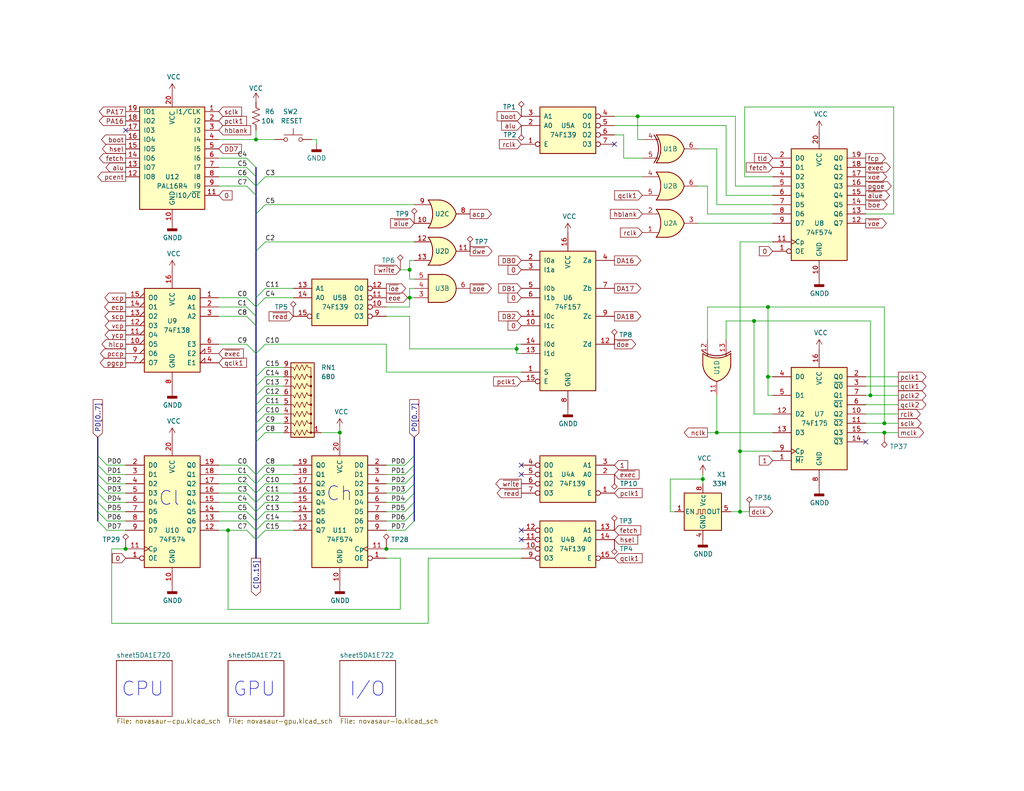
<source format=kicad_sch>
(kicad_sch (version 20211123) (generator eeschema)
  (paper "USLetter")
  (title_block (title "Novasaur Retrocomputer") (date "2022-03-14") (rev "1.10") (comment 1 "(c) Solid State Machines 2022"))
  (junction (at 201.93 139.7))
  (junction (at 34.29 149.86))
  (junction (at 105.41 149.86))
  (junction (at 173.99 31.75))
  (junction (at 209.55 102.87))
  (junction (at 201.93 123.19))
  (junction (at 111.76 81.28))
  (junction (at 92.71 118.11))
  (junction (at 195.58 118.11))
  (junction (at 209.55 83.82))
  (junction (at 69.85 38.1))
  (junction (at 62.23 144.78))
  (junction (at 191.77 130.81))
  (junction (at 241.3 118.11))
  (junction (at 205.74 87.63))
  (junction (at 140.97 95.25))
  (junction (at 241.3 115.57))
  (junction (at 237.49 107.95))
  (junction (at 111.76 73.66))
  (no_connect (at 142.24 144.78))
  (no_connect (at 142.24 129.54))
  (no_connect (at 142.24 127))
  (no_connect (at 236.22 120.65))
  (no_connect (at 34.29 35.56))
  (no_connect (at 167.64 39.37))
  (no_connect (at 142.24 147.32))
  (bus_entry (at 29.21 142.24) (size -2.54 -2.54))
  (bus_entry (at 29.21 139.7) (size -2.54 -2.54))
  (bus_entry (at 69.85 129.54) (size -2.54 -2.54))
  (bus_entry (at 29.21 129.54) (size -2.54 -2.54))
  (bus_entry (at 67.31 83.82) (size 2.54 2.54))
  (bus_entry (at 113.03 129.54) (size -2.54 2.54))
  (bus_entry (at 69.85 142.24) (size -2.54 -2.54))
  (bus_entry (at 69.85 115.57) (size 2.54 -2.54))
  (bus_entry (at 72.39 48.26) (size -2.54 2.54))
  (bus_entry (at 69.85 113.03) (size 2.54 -2.54))
  (bus_entry (at 113.03 127) (size -2.54 2.54))
  (bus_entry (at 67.31 48.26) (size 2.54 2.54))
  (bus_entry (at 69.85 110.49) (size 2.54 -2.54))
  (bus_entry (at 72.39 66.04) (size -2.54 2.54))
  (bus_entry (at 69.85 144.78) (size 2.54 -2.54))
  (bus_entry (at 67.31 86.36) (size 2.54 2.54))
  (bus_entry (at 113.03 134.62) (size -2.54 2.54))
  (bus_entry (at 29.21 134.62) (size -2.54 -2.54))
  (bus_entry (at 69.85 134.62) (size 2.54 -2.54))
  (bus_entry (at 69.85 137.16) (size -2.54 -2.54))
  (bus_entry (at 67.31 43.18) (size 2.54 2.54))
  (bus_entry (at 72.39 81.28) (size -2.54 2.54))
  (bus_entry (at 72.39 55.88) (size -2.54 2.54))
  (bus_entry (at 69.85 129.54) (size 2.54 -2.54))
  (bus_entry (at 69.85 105.41) (size 2.54 -2.54))
  (bus_entry (at 67.31 81.28) (size 2.54 2.54))
  (bus_entry (at 69.85 118.11) (size 2.54 -2.54))
  (bus_entry (at 113.03 139.7) (size -2.54 2.54))
  (bus_entry (at 69.85 132.08) (size 2.54 -2.54))
  (bus_entry (at 29.21 127) (size -2.54 -2.54))
  (bus_entry (at 69.85 139.7) (size 2.54 -2.54))
  (bus_entry (at 67.31 93.98) (size 2.54 2.54))
  (bus_entry (at 72.39 93.98) (size -2.54 2.54))
  (bus_entry (at 69.85 147.32) (size 2.54 -2.54))
  (bus_entry (at 69.85 102.87) (size 2.54 -2.54))
  (bus_entry (at 67.31 50.8) (size 2.54 2.54))
  (bus_entry (at 67.31 45.72) (size 2.54 2.54))
  (bus_entry (at 72.39 78.74) (size -2.54 2.54))
  (bus_entry (at 69.85 144.78) (size -2.54 -2.54))
  (bus_entry (at 113.03 142.24) (size -2.54 2.54))
  (bus_entry (at 69.85 139.7) (size -2.54 -2.54))
  (bus_entry (at 69.85 147.32) (size -2.54 -2.54))
  (bus_entry (at 29.21 144.78) (size -2.54 -2.54))
  (bus_entry (at 69.85 120.65) (size 2.54 -2.54))
  (bus_entry (at 113.03 124.46) (size -2.54 2.54))
  (bus_entry (at 69.85 137.16) (size 2.54 -2.54))
  (bus_entry (at 29.21 137.16) (size -2.54 -2.54))
  (bus_entry (at 113.03 132.08) (size -2.54 2.54))
  (bus_entry (at 69.85 107.95) (size 2.54 -2.54))
  (bus_entry (at 29.21 132.08) (size -2.54 -2.54))
  (bus_entry (at 69.85 142.24) (size 2.54 -2.54))
  (bus_entry (at 69.85 132.08) (size -2.54 -2.54))
  (bus_entry (at 69.85 134.62) (size -2.54 -2.54))
  (bus_entry (at 113.03 137.16) (size -2.54 2.54))
  (wire (pts (xy 175.26 38.1) (xy 173.99 38.1)))
  (bus (pts (xy 113.03 137.16) (xy 113.03 139.7)))
  (wire (pts (xy 72.39 102.87) (xy 77.47 102.87)))
  (wire (pts (xy 72.39 115.57) (xy 77.47 115.57)))
  (wire (pts (xy 140.97 96.52) (xy 140.97 95.25)))
  (wire (pts (xy 198.12 87.63) (xy 205.74 87.63)))
  (wire (pts (xy 59.69 48.26) (xy 67.31 48.26)))
  (wire (pts (xy 105.41 129.54) (xy 110.49 129.54)))
  (wire (pts (xy 182.88 139.7) (xy 184.15 139.7)))
  (bus (pts (xy 69.85 96.52) (xy 69.85 102.87)))
  (wire (pts (xy 190.5 40.64) (xy 195.58 40.64)))
  (bus (pts (xy 69.85 134.62) (xy 69.85 137.16)))
  (wire (pts (xy 167.64 31.75) (xy 173.99 31.75)))
  (wire (pts (xy 170.18 36.83) (xy 167.64 36.83)))
  (bus (pts (xy 69.85 53.34) (xy 69.85 58.42)))
  (wire (pts (xy 92.71 118.11) (xy 92.71 116.84)))
  (wire (pts (xy 193.04 92.71) (xy 193.04 83.82)))
  (bus (pts (xy 69.85 48.26) (xy 69.85 50.8)))
  (wire (pts (xy 29.21 134.62) (xy 34.29 134.62)))
  (bus (pts (xy 69.85 105.41) (xy 69.85 107.95)))
  (wire (pts (xy 209.55 107.95) (xy 210.82 107.95)))
  (wire (pts (xy 29.21 139.7) (xy 34.29 139.7)))
  (wire (pts (xy 111.76 95.25) (xy 140.97 95.25)))
  (wire (pts (xy 111.76 83.82) (xy 105.41 83.82)))
  (wire (pts (xy 105.41 127) (xy 110.49 127)))
  (wire (pts (xy 241.3 115.57) (xy 245.11 115.57)))
  (wire (pts (xy 109.22 73.66) (xy 111.76 73.66)))
  (bus (pts (xy 69.85 120.65) (xy 69.85 129.54)))
  (wire (pts (xy 142.24 96.52) (xy 140.97 96.52)))
  (wire (pts (xy 241.3 83.82) (xy 241.3 115.57)))
  (wire (pts (xy 173.99 38.1) (xy 173.99 31.75)))
  (wire (pts (xy 195.58 118.11) (xy 210.82 118.11)))
  (wire (pts (xy 105.41 139.7) (xy 110.49 139.7)))
  (wire (pts (xy 209.55 107.95) (xy 209.55 102.87)))
  (wire (pts (xy 29.21 127) (xy 34.29 127)))
  (wire (pts (xy 87.63 118.11) (xy 92.71 118.11)))
  (wire (pts (xy 72.39 100.33) (xy 77.47 100.33)))
  (bus (pts (xy 69.85 129.54) (xy 69.85 132.08)))
  (wire (pts (xy 72.39 142.24) (xy 80.01 142.24)))
  (wire (pts (xy 72.39 93.98) (xy 105.41 93.98)))
  (wire (pts (xy 72.39 110.49) (xy 77.47 110.49)))
  (wire (pts (xy 59.69 50.8) (xy 67.31 50.8)))
  (wire (pts (xy 201.93 66.04) (xy 210.82 66.04)))
  (wire (pts (xy 59.69 139.7) (xy 67.31 139.7)))
  (wire (pts (xy 209.55 102.87) (xy 209.55 83.82)))
  (wire (pts (xy 191.77 130.81) (xy 191.77 129.54)))
  (wire (pts (xy 62.23 144.78) (xy 62.23 166.37)))
  (wire (pts (xy 236.22 102.87) (xy 245.11 102.87)))
  (wire (pts (xy 205.74 113.03) (xy 210.82 113.03)))
  (wire (pts (xy 72.39 129.54) (xy 80.01 129.54)))
  (wire (pts (xy 241.3 118.11) (xy 245.11 118.11)))
  (wire (pts (xy 170.18 36.83) (xy 170.18 43.18)))
  (wire (pts (xy 203.2 29.21) (xy 203.2 48.26)))
  (wire (pts (xy 200.66 50.8) (xy 200.66 31.75)))
  (wire (pts (xy 72.39 113.03) (xy 77.47 113.03)))
  (bus (pts (xy 69.85 102.87) (xy 69.85 105.41)))
  (bus (pts (xy 69.85 88.9) (xy 69.85 96.52)))
  (bus (pts (xy 113.03 127) (xy 113.03 129.54)))
  (wire (pts (xy 69.85 38.1) (xy 69.85 35.56)))
  (wire (pts (xy 210.82 48.26) (xy 203.2 48.26)))
  (bus (pts (xy 26.67 137.16) (xy 26.67 139.7)))
  (wire (pts (xy 182.88 130.81) (xy 182.88 139.7)))
  (wire (pts (xy 113.03 81.28) (xy 111.76 81.28)))
  (wire (pts (xy 62.23 144.78) (xy 67.31 144.78)))
  (wire (pts (xy 59.69 86.36) (xy 67.31 86.36)))
  (wire (pts (xy 105.41 86.36) (xy 111.76 86.36)))
  (wire (pts (xy 72.39 81.28) (xy 80.01 81.28)))
  (wire (pts (xy 140.97 95.25) (xy 140.97 93.98)))
  (wire (pts (xy 236.22 105.41) (xy 245.11 105.41)))
  (bus (pts (xy 69.85 113.03) (xy 69.85 115.57)))
  (wire (pts (xy 203.2 29.21) (xy 243.84 29.21)))
  (wire (pts (xy 175.26 43.18) (xy 170.18 43.18)))
  (wire (pts (xy 116.84 170.18) (xy 116.84 152.4)))
  (wire (pts (xy 198.12 34.29) (xy 198.12 53.34)))
  (wire (pts (xy 182.88 130.81) (xy 191.77 130.81)))
  (bus (pts (xy 113.03 124.46) (xy 113.03 127)))
  (bus (pts (xy 26.67 119.38) (xy 26.67 124.46)))
  (bus (pts (xy 26.67 127) (xy 26.67 129.54)))
  (wire (pts (xy 72.39 105.41) (xy 77.47 105.41)))
  (wire (pts (xy 173.99 31.75) (xy 200.66 31.75)))
  (wire (pts (xy 111.76 78.74) (xy 113.03 78.74)))
  (wire (pts (xy 199.39 139.7) (xy 201.93 139.7)))
  (wire (pts (xy 190.5 60.96) (xy 210.82 60.96)))
  (wire (pts (xy 105.41 101.6) (xy 105.41 93.98)))
  (wire (pts (xy 59.69 43.18) (xy 67.31 43.18)))
  (bus (pts (xy 113.03 119.38) (xy 113.03 124.46)))
  (bus (pts (xy 69.85 139.7) (xy 69.85 142.24)))
  (wire (pts (xy 59.69 81.28) (xy 67.31 81.28)))
  (bus (pts (xy 26.67 134.62) (xy 26.67 137.16)))
  (wire (pts (xy 59.69 144.78) (xy 62.23 144.78)))
  (wire (pts (xy 210.82 102.87) (xy 209.55 102.87)))
  (wire (pts (xy 205.74 87.63) (xy 237.49 87.63)))
  (wire (pts (xy 72.39 137.16) (xy 80.01 137.16)))
  (wire (pts (xy 111.76 95.25) (xy 111.76 86.36)))
  (wire (pts (xy 113.03 76.2) (xy 111.76 76.2)))
  (wire (pts (xy 59.69 38.1) (xy 69.85 38.1)))
  (wire (pts (xy 72.39 78.74) (xy 80.01 78.74)))
  (wire (pts (xy 236.22 110.49) (xy 245.11 110.49)))
  (wire (pts (xy 105.41 132.08) (xy 110.49 132.08)))
  (bus (pts (xy 69.85 83.82) (xy 69.85 86.36)))
  (wire (pts (xy 29.21 129.54) (xy 34.29 129.54)))
  (bus (pts (xy 69.85 144.78) (xy 69.85 147.32)))
  (bus (pts (xy 26.67 129.54) (xy 26.67 132.08)))
  (bus (pts (xy 69.85 45.72) (xy 69.85 48.26)))
  (wire (pts (xy 72.39 144.78) (xy 80.01 144.78)))
  (wire (pts (xy 72.39 48.26) (xy 175.26 48.26)))
  (wire (pts (xy 243.84 29.21) (xy 243.84 58.42)))
  (wire (pts (xy 236.22 107.95) (xy 237.49 107.95)))
  (wire (pts (xy 195.58 40.64) (xy 195.58 55.88)))
  (bus (pts (xy 113.03 129.54) (xy 113.03 132.08)))
  (wire (pts (xy 111.76 73.66) (xy 111.76 71.12)))
  (wire (pts (xy 105.41 137.16) (xy 110.49 137.16)))
  (bus (pts (xy 69.85 50.8) (xy 69.85 53.34)))
  (wire (pts (xy 105.41 144.78) (xy 110.49 144.78)))
  (bus (pts (xy 69.85 86.36) (xy 69.85 88.9)))
  (bus (pts (xy 113.03 132.08) (xy 113.03 134.62)))
  (wire (pts (xy 236.22 115.57) (xy 241.3 115.57)))
  (wire (pts (xy 29.21 132.08) (xy 34.29 132.08)))
  (wire (pts (xy 191.77 132.08) (xy 191.77 130.81)))
  (wire (pts (xy 85.09 38.1) (xy 86.36 38.1)))
  (wire (pts (xy 72.39 55.88) (xy 113.03 55.88)))
  (wire (pts (xy 109.22 166.37) (xy 109.22 152.4)))
  (wire (pts (xy 201.93 123.19) (xy 210.82 123.19)))
  (wire (pts (xy 59.69 129.54) (xy 67.31 129.54)))
  (wire (pts (xy 193.04 50.8) (xy 193.04 58.42)))
  (wire (pts (xy 59.69 132.08) (xy 67.31 132.08)))
  (wire (pts (xy 59.69 137.16) (xy 67.31 137.16)))
  (bus (pts (xy 113.03 134.62) (xy 113.03 137.16)))
  (wire (pts (xy 193.04 58.42) (xy 210.82 58.42)))
  (wire (pts (xy 59.69 134.62) (xy 67.31 134.62)))
  (wire (pts (xy 198.12 53.34) (xy 210.82 53.34)))
  (wire (pts (xy 72.39 118.11) (xy 77.47 118.11)))
  (wire (pts (xy 190.5 50.8) (xy 193.04 50.8)))
  (wire (pts (xy 105.41 142.24) (xy 110.49 142.24)))
  (wire (pts (xy 59.69 83.82) (xy 67.31 83.82)))
  (wire (pts (xy 29.21 137.16) (xy 34.29 137.16)))
  (bus (pts (xy 26.67 139.7) (xy 26.67 142.24)))
  (wire (pts (xy 243.84 58.42) (xy 236.22 58.42)))
  (bus (pts (xy 69.85 110.49) (xy 69.85 113.03)))
  (bus (pts (xy 69.85 132.08) (xy 69.85 134.62)))
  (wire (pts (xy 72.39 127) (xy 80.01 127)))
  (wire (pts (xy 111.76 71.12) (xy 113.03 71.12)))
  (bus (pts (xy 69.85 115.57) (xy 69.85 118.11)))
  (bus (pts (xy 69.85 147.32) (xy 69.85 152.4)))
  (bus (pts (xy 69.85 107.95) (xy 69.85 110.49)))
  (bus (pts (xy 26.67 132.08) (xy 26.67 134.62)))
  (wire (pts (xy 201.93 123.19) (xy 201.93 66.04)))
  (wire (pts (xy 69.85 38.1) (xy 74.93 38.1)))
  (wire (pts (xy 140.97 93.98) (xy 142.24 93.98)))
  (wire (pts (xy 92.71 118.11) (xy 92.71 119.38)))
  (wire (pts (xy 111.76 81.28) (xy 111.76 78.74)))
  (wire (pts (xy 72.39 107.95) (xy 77.47 107.95)))
  (wire (pts (xy 59.69 45.72) (xy 67.31 45.72)))
  (wire (pts (xy 167.64 34.29) (xy 198.12 34.29)))
  (wire (pts (xy 105.41 101.6) (xy 142.24 101.6)))
  (wire (pts (xy 72.39 66.04) (xy 113.03 66.04)))
  (wire (pts (xy 72.39 134.62) (xy 80.01 134.62)))
  (wire (pts (xy 236.22 113.03) (xy 245.11 113.03)))
  (wire (pts (xy 111.76 81.28) (xy 111.76 83.82)))
  (wire (pts (xy 205.74 113.03) (xy 205.74 87.63)))
  (wire (pts (xy 59.69 142.24) (xy 67.31 142.24)))
  (wire (pts (xy 29.21 144.78) (xy 34.29 144.78)))
  (wire (pts (xy 209.55 83.82) (xy 241.3 83.82)))
  (bus (pts (xy 26.67 124.46) (xy 26.67 127)))
  (wire (pts (xy 72.39 132.08) (xy 80.01 132.08)))
  (wire (pts (xy 198.12 92.71) (xy 198.12 87.63)))
  (wire (pts (xy 72.39 139.7) (xy 80.01 139.7)))
  (bus (pts (xy 113.03 139.7) (xy 113.03 142.24)))
  (wire (pts (xy 201.93 139.7) (xy 201.93 123.19)))
  (wire (pts (xy 105.41 134.62) (xy 110.49 134.62)))
  (wire (pts (xy 59.69 93.98) (xy 67.31 93.98)))
  (bus (pts (xy 69.85 118.11) (xy 69.85 120.65)))
  (wire (pts (xy 195.58 55.88) (xy 210.82 55.88)))
  (wire (pts (xy 142.24 149.86) (xy 105.41 149.86)))
  (bus (pts (xy 69.85 58.42) (xy 69.85 68.58)))
  (wire (pts (xy 193.04 83.82) (xy 209.55 83.82)))
  (bus (pts (xy 69.85 81.28) (xy 69.85 83.82)))
  (wire (pts (xy 210.82 50.8) (xy 200.66 50.8)))
  (wire (pts (xy 62.23 166.37) (xy 109.22 166.37)))
  (wire (pts (xy 236.22 118.11) (xy 241.3 118.11)))
  (wire (pts (xy 201.93 139.7) (xy 204.47 139.7)))
  (wire (pts (xy 59.69 127) (xy 67.31 127)))
  (wire (pts (xy 30.48 170.18) (xy 116.84 170.18)))
  (wire (pts (xy 30.48 149.86) (xy 30.48 170.18)))
  (wire (pts (xy 30.48 149.86) (xy 34.29 149.86)))
  (bus (pts (xy 69.85 137.16) (xy 69.85 139.7)))
  (wire (pts (xy 86.36 38.1) (xy 86.36 39.37)))
  (wire (pts (xy 116.84 152.4) (xy 142.24 152.4)))
  (wire (pts (xy 237.49 107.95) (xy 245.11 107.95)))
  (wire (pts (xy 195.58 118.11) (xy 195.58 107.95)))
  (wire (pts (xy 105.41 152.4) (xy 109.22 152.4)))
  (wire (pts (xy 195.58 118.11) (xy 193.04 118.11)))
  (wire (pts (xy 111.76 76.2) (xy 111.76 73.66)))
  (wire (pts (xy 29.21 142.24) (xy 34.29 142.24)))
  (bus (pts (xy 69.85 142.24) (xy 69.85 144.78)))
  (bus (pts (xy 69.85 68.58) (xy 69.85 81.28)))
  (wire (pts (xy 237.49 87.63) (xy 237.49 107.95)))
  (text "Cl" (at 43.18 138.43 0) (effects (font (size 3.81 3.81)) (justify left bottom)))
  (text "CPU" (at 33.02 190.5 0) (effects (font (size 3.81 3.81)) (justify left bottom)))
  (text "I/O" (at 95.25 190.5 0) (effects (font (size 3.81 3.81)) (justify left bottom)))
  (text "Ch" (at 88.9 137.16 0) (effects (font (size 3.81 3.81)) (justify left bottom)))
  (text "GPU" (at 63.5 190.5 0) (effects (font (size 3.81 3.81)) (justify left bottom)))
  (label "C6" (at 64.77 48.26 0))
  (label "C2" (at 72.39 66.04 0))
  (label "C11" (at 72.39 134.62 0))
  (label "C15" (at 72.39 144.78 0))
  (label "PD0" (at 106.68 127 0))
  (label "PD6" (at 29.21 142.24 0))
  (label "C13" (at 72.39 105.41 0))
  (label "PD0" (at 29.21 127 0))
  (label "C14" (at 72.39 142.24 0))
  (label "C0" (at 64.77 81.28 0))
  (label "PD3" (at 106.68 134.62 0))
  (label "PD4" (at 106.68 137.16 0))
  (label "C9" (at 64.77 93.98 0))
  (label "PD4" (at 29.21 137.16 0))
  (label "C15" (at 72.39 100.33 0))
  (label "C5" (at 64.77 45.72 0))
  (label "C10" (at 72.39 93.98 0))
  (label "C8" (at 72.39 127 0))
  (label "C6" (at 64.77 142.24 0))
  (label "PD3" (at 29.21 134.62 0))
  (label "PD7" (at 29.21 144.78 0))
  (label "C12" (at 72.39 137.16 0))
  (label "C4" (at 64.77 43.18 0))
  (label "PD1" (at 106.68 129.54 0))
  (label "C9" (at 72.39 129.54 0))
  (label "C11" (at 72.39 78.74 0))
  (label "C3" (at 64.77 134.62 0))
  (label "PD1" (at 29.21 129.54 0))
  (label "C2" (at 64.77 132.08 0))
  (label "PD6" (at 106.68 142.24 0))
  (label "C9" (at 72.39 115.57 0))
  (label "C12" (at 72.39 107.95 0))
  (label "C11" (at 72.39 110.49 0))
  (label "C5" (at 64.77 139.7 0))
  (label "C14" (at 72.39 102.87 0))
  (label "PD2" (at 106.68 132.08 0))
  (label "PD5" (at 29.21 139.7 0))
  (label "C4" (at 64.77 137.16 0))
  (label "C13" (at 72.39 139.7 0))
  (label "C8" (at 64.77 86.36 0))
  (label "C7" (at 64.77 50.8 0))
  (label "C8" (at 72.39 118.11 0))
  (label "C10" (at 72.39 113.03 0))
  (label "C3" (at 72.39 48.26 0))
  (label "PD7" (at 106.68 144.78 0))
  (label "PD5" (at 106.68 139.7 0))
  (label "C5" (at 72.39 55.88 0))
  (label "C1" (at 64.77 129.54 0))
  (label "PD2" (at 29.21 132.08 0))
  (label "C1" (at 64.77 83.82 0))
  (label "C7" (at 64.77 144.78 0))
  (label "C10" (at 72.39 132.08 0))
  (label "C4" (at 72.39 81.28 0))
  (label "C0" (at 64.77 127 0))
  (global_label "DB1" (shape input) (at 142.24 78.74 180) (property "Intersheet References" "${INTERSHEET_REFS}" (effects hide)))
  (global_label "mclk" (shape output) (at 245.11 118.11 0) (property "Intersheet References" "${INTERSHEET_REFS}" (effects hide)))
  (global_label "qclk2" (shape output) (at 245.11 110.49 0) (property "Intersheet References" "${INTERSHEET_REFS}" (effects hide)))
  (global_label "rclk" (shape input) (at 142.24 39.37 180) (property "Intersheet References" "${INTERSHEET_REFS}" (effects hide)))
  (global_label "PA16" (shape output) (at 34.29 33.02 180) (property "Intersheet References" "${INTERSHEET_REFS}" (effects hide)))
  (global_label "xcp" (shape output) (at 34.29 81.28 180) (property "Intersheet References" "${INTERSHEET_REFS}" (effects hide)))
  (global_label "qclk1" (shape input) (at 167.64 152.4 0) (property "Intersheet References" "${INTERSHEET_REFS}" (effects hide)))
  (global_label "PD[0..7]" (shape input) (at 113.03 119.38 90) (property "Intersheet References" "${INTERSHEET_REFS}" (effects hide)))
  (global_label "pclk1" (shape input) (at 167.64 134.62 0) (property "Intersheet References" "${INTERSHEET_REFS}" (effects hide)))
  (global_label "1" (shape input) (at 167.64 127 0) (property "Intersheet References" "${INTERSHEET_REFS}" (effects hide)))
  (global_label "acp" (shape output) (at 128.27 58.42 0) (property "Intersheet References" "${INTERSHEET_REFS}" (effects hide)))
  (global_label "alu" (shape input) (at 142.24 34.29 180) (property "Intersheet References" "${INTERSHEET_REFS}" (effects hide)))
  (global_label "~{exec}" (shape input) (at 167.64 129.54 0) (property "Intersheet References" "${INTERSHEET_REFS}" (effects hide)))
  (global_label "~{alue}" (shape input) (at 113.03 60.96 180) (property "Intersheet References" "${INTERSHEET_REFS}" (effects hide)))
  (global_label "DA16" (shape output) (at 167.64 71.12 0) (property "Intersheet References" "${INTERSHEET_REFS}" (effects hide)))
  (global_label "ycp" (shape output) (at 34.29 91.44 180) (property "Intersheet References" "${INTERSHEET_REFS}" (effects hide)))
  (global_label "DB0" (shape input) (at 142.24 71.12 180) (property "Intersheet References" "${INTERSHEET_REFS}" (effects hide)))
  (global_label "hsel" (shape output) (at 34.29 40.64 180) (property "Intersheet References" "${INTERSHEET_REFS}" (effects hide)))
  (global_label "0" (shape input) (at 34.29 152.4 180) (property "Intersheet References" "${INTERSHEET_REFS}" (effects hide)))
  (global_label "tld" (shape input) (at 210.82 43.18 180) (property "Intersheet References" "${INTERSHEET_REFS}" (effects hide)))
  (global_label "qclk1" (shape output) (at 245.11 105.41 0) (property "Intersheet References" "${INTERSHEET_REFS}" (effects hide)))
  (global_label "fcp" (shape output) (at 236.22 43.18 0) (property "Intersheet References" "${INTERSHEET_REFS}" (effects hide)))
  (global_label "fetch" (shape input) (at 210.82 45.72 180) (property "Intersheet References" "${INTERSHEET_REFS}" (effects hide)))
  (global_label "PD[0..7]" (shape input) (at 26.67 119.38 90) (property "Intersheet References" "${INTERSHEET_REFS}" (effects hide)))
  (global_label "pgcp" (shape output) (at 34.29 99.06 180) (property "Intersheet References" "${INTERSHEET_REFS}" (effects hide)))
  (global_label "~{exec}" (shape output) (at 236.22 45.72 0) (property "Intersheet References" "${INTERSHEET_REFS}" (effects hide)))
  (global_label "1" (shape input) (at 210.82 125.73 180) (property "Intersheet References" "${INTERSHEET_REFS}" (effects hide)))
  (global_label "~{write}" (shape output) (at 142.24 132.08 180) (property "Intersheet References" "${INTERSHEET_REFS}" (effects hide)))
  (global_label "dclk" (shape output) (at 204.47 139.7 0) (property "Intersheet References" "${INTERSHEET_REFS}" (effects hide)))
  (global_label "boot" (shape output) (at 34.29 38.1 180) (property "Intersheet References" "${INTERSHEET_REFS}" (effects hide)))
  (global_label "DB2" (shape input) (at 142.24 86.36 180) (property "Intersheet References" "${INTERSHEET_REFS}" (effects hide)))
  (global_label "DD7" (shape input) (at 59.69 40.64 0) (property "Intersheet References" "${INTERSHEET_REFS}" (effects hide)))
  (global_label "hlcp" (shape output) (at 34.29 93.98 180) (property "Intersheet References" "${INTERSHEET_REFS}" (effects hide)))
  (global_label "0" (shape input) (at 142.24 88.9 180) (property "Intersheet References" "${INTERSHEET_REFS}" (effects hide)))
  (global_label "hblank" (shape input) (at 175.26 58.42 180) (property "Intersheet References" "${INTERSHEET_REFS}" (effects hide)))
  (global_label "0" (shape input) (at 142.24 81.28 180) (property "Intersheet References" "${INTERSHEET_REFS}" (effects hide)))
  (global_label "DA17" (shape output) (at 167.64 78.74 0) (property "Intersheet References" "${INTERSHEET_REFS}" (effects hide)))
  (global_label "~{pgoe}" (shape output) (at 236.22 50.8 0) (property "Intersheet References" "${INTERSHEET_REFS}" (effects hide)))
  (global_label "pclk1" (shape input) (at 59.69 33.02 0) (property "Intersheet References" "${INTERSHEET_REFS}" (effects hide)))
  (global_label "~{doe}" (shape output) (at 167.64 93.98 0) (property "Intersheet References" "${INTERSHEET_REFS}" (effects hide)))
  (global_label "ecp" (shape output) (at 34.29 83.82 180) (property "Intersheet References" "${INTERSHEET_REFS}" (effects hide)))
  (global_label "0" (shape input) (at 210.82 68.58 180) (property "Intersheet References" "${INTERSHEET_REFS}" (effects hide)))
  (global_label "sclk" (shape output) (at 245.11 115.57 0) (property "Intersheet References" "${INTERSHEET_REFS}" (effects hide)))
  (global_label "~{xoe}" (shape output) (at 236.22 48.26 0) (property "Intersheet References" "${INTERSHEET_REFS}" (effects hide)))
  (global_label "0" (shape input) (at 59.69 53.34 0) (property "Intersheet References" "${INTERSHEET_REFS}" (effects hide)))
  (global_label "pclk1" (shape input) (at 142.24 104.14 180) (property "Intersheet References" "${INTERSHEET_REFS}" (effects hide)))
  (global_label "~{read}" (shape output) (at 142.24 134.62 180) (property "Intersheet References" "${INTERSHEET_REFS}" (effects hide)))
  (global_label "pclk1" (shape output) (at 245.11 102.87 0) (property "Intersheet References" "${INTERSHEET_REFS}" (effects hide)))
  (global_label "pcent" (shape output) (at 34.29 48.26 180) (property "Intersheet References" "${INTERSHEET_REFS}" (effects hide)))
  (global_label "pclk2" (shape output) (at 245.11 107.95 0) (property "Intersheet References" "${INTERSHEET_REFS}" (effects hide)))
  (global_label "~{alue}" (shape output) (at 236.22 53.34 0) (property "Intersheet References" "${INTERSHEET_REFS}" (effects hide)))
  (global_label "~{exec}" (shape input) (at 59.69 96.52 0) (property "Intersheet References" "${INTERSHEET_REFS}" (effects hide)))
  (global_label "~{aoe}" (shape output) (at 128.27 78.74 0) (property "Intersheet References" "${INTERSHEET_REFS}" (effects hide)))
  (global_label "PA17" (shape output) (at 34.29 30.48 180) (property "Intersheet References" "${INTERSHEET_REFS}" (effects hide)))
  (global_label "~{read}" (shape input) (at 80.01 86.36 180) (property "Intersheet References" "${INTERSHEET_REFS}" (effects hide)))
  (global_label "C[0..15]" (shape output) (at 69.85 152.4 270) (property "Intersheet References" "${INTERSHEET_REFS}" (effects hide)))
  (global_label "~{ioe}" (shape output) (at 105.41 78.74 0) (property "Intersheet References" "${INTERSHEET_REFS}" (effects hide)))
  (global_label "rclk" (shape input) (at 175.26 63.5 180) (property "Intersheet References" "${INTERSHEET_REFS}" (effects hide)))
  (global_label "~{voe}" (shape output) (at 236.22 60.96 0) (property "Intersheet References" "${INTERSHEET_REFS}" (effects hide)))
  (global_label "scp" (shape output) (at 34.29 86.36 180) (property "Intersheet References" "${INTERSHEET_REFS}" (effects hide)))
  (global_label "sclk" (shape input) (at 59.69 30.48 0) (property "Intersheet References" "${INTERSHEET_REFS}" (effects hide)))
  (global_label "DA18" (shape output) (at 167.64 86.36 0) (property "Intersheet References" "${INTERSHEET_REFS}" (effects hide)))
  (global_label "boot" (shape input) (at 142.24 31.75 180) (property "Intersheet References" "${INTERSHEET_REFS}" (effects hide)))
  (global_label "fetch" (shape output) (at 34.29 43.18 180) (property "Intersheet References" "${INTERSHEET_REFS}" (effects hide)))
  (global_label "qclk1" (shape input) (at 175.26 53.34 180) (property "Intersheet References" "${INTERSHEET_REFS}" (effects hide)))
  (global_label "~{eoe}" (shape output) (at 105.41 81.28 0) (property "Intersheet References" "${INTERSHEET_REFS}" (effects hide)))
  (global_label "fetch" (shape input) (at 167.64 144.78 0) (property "Intersheet References" "${INTERSHEET_REFS}" (effects hide)))
  (global_label "~{boe}" (shape output) (at 236.22 55.88 0) (property "Intersheet References" "${INTERSHEET_REFS}" (effects hide)))
  (global_label "~{write}" (shape input) (at 109.22 73.66 180) (property "Intersheet References" "${INTERSHEET_REFS}" (effects hide)))
  (global_label "~{dwe}" (shape output) (at 128.27 68.58 0) (property "Intersheet References" "${INTERSHEET_REFS}" (effects hide)))
  (global_label "vcp" (shape output) (at 34.29 88.9 180) (property "Intersheet References" "${INTERSHEET_REFS}" (effects hide)))
  (global_label "0" (shape input) (at 142.24 73.66 180) (property "Intersheet References" "${INTERSHEET_REFS}" (effects hide)))
  (global_label "hsel" (shape input) (at 167.64 147.32 0) (property "Intersheet References" "${INTERSHEET_REFS}" (effects hide)))
  (global_label "qclk1" (shape input) (at 59.69 99.06 0) (property "Intersheet References" "${INTERSHEET_REFS}" (effects hide)))
  (global_label "nclk" (shape output) (at 193.04 118.11 180) (property "Intersheet References" "${INTERSHEET_REFS}" (effects hide)))
  (global_label "hblank" (shape input) (at 59.69 35.56 0) (property "Intersheet References" "${INTERSHEET_REFS}" (effects hide)))
  (global_label "pccp" (shape output) (at 34.29 96.52 180) (property "Intersheet References" "${INTERSHEET_REFS}" (effects hide)))
  (global_label "alu" (shape output) (at 34.29 45.72 180) (property "Intersheet References" "${INTERSHEET_REFS}" (effects hide)))
  (global_label "rclk" (shape output) (at 245.11 113.03 0) (property "Intersheet References" "${INTERSHEET_REFS}" (effects hide)))
  (symbol (lib_id "Oscillator:CXO_DIP8") (at 191.77 139.7 0) (unit 1)
    (property "Reference" "X1" (at 195.58 129.54 0) (effects (justify left)))
    (property "Value" "33M" (at 194.31 132.08 0) (effects (justify left)))
    (property "Footprint" "Oscillator:Oscillator_DIP-8" (effects hide))
    (property "Datasheet" "http://cdn-reichelt.de/documents/datenblatt/B400/OSZI.pdf" (effects hide))
  )
  (symbol (lib_id "power:GNDD") (at 191.77 147.32 0) (unit 1)
    (property "Reference" "#PWR0112" (effects hide))
    (property "Value" "GNDD" (at 191.8716 151.257 0))
  )
  (symbol (lib_id "power:VCC") (at 191.77 129.54 0) (unit 1)
    (property "Reference" "#PWR0191" (effects hide))
    (property "Value" "VCC" (at 192.2018 125.1458 0))
  )
  (symbol (lib_id "74xx:74LS138") (at 46.99 88.9 0) (mirror y) (unit 1)
    (property "Reference" "U9" (at 46.99 87.63 0))
    (property "Value" "74F138" (at 48.26 90.17 0))
    (property "Footprint" "Package_DIP:DIP-16_W7.62mm_LongPads" (effects hide))
    (property "Datasheet" "http://www.ti.com/lit/gpn/sn74LS138" (effects hide))
  )
  (symbol (lib_id "power:VCC") (at 46.99 73.66 0) (unit 1)
    (property "Reference" "#PWR0104" (effects hide))
    (property "Value" "VCC" (at 47.4218 69.2658 0))
  )
  (symbol (lib_id "power:VCC") (at 46.99 119.38 0) (unit 1)
    (property "Reference" "#PWR0105" (effects hide))
    (property "Value" "VCC" (at 47.4218 114.9858 0))
  )
  (symbol (lib_id "power:GNDD") (at 92.71 160.02 0) (unit 1)
    (property "Reference" "#PWR0107" (effects hide))
    (property "Value" "GNDD" (at 92.8116 163.957 0))
  )
  (symbol (lib_id "74xx:74LS574") (at 92.71 139.7 0) (mirror y) (unit 1)
    (property "Reference" "U11" (at 92.71 144.78 0))
    (property "Value" "74F574" (at 92.71 147.32 0))
    (property "Footprint" "Package_DIP:DIP-20_W7.62mm_LongPads" (effects hide))
    (property "Datasheet" "http://www.ti.com/lit/gpn/sn74LS574" (effects hide))
  )
  (symbol (lib_id "power:VCC") (at 92.71 116.84 0) (unit 1)
    (property "Reference" "#PWR0108" (effects hide))
    (property "Value" "VCC" (at 93.1418 112.4458 0))
  )
  (symbol (lib_id "power:GNDD") (at 46.99 106.68 0) (unit 1)
    (property "Reference" "#PWR0109" (effects hide))
    (property "Value" "GNDD" (at 47.0916 110.617 0))
  )
  (symbol (lib_id "Logic_Programmable:GAL16V8") (at 46.99 43.18 0) (mirror y) (unit 1)
    (property "Reference" "U12" (at 46.99 48.26 0))
    (property "Value" "PAL16R4" (at 46.99 50.8 0))
    (property "Footprint" "Package_DIP:DIP-20_W7.62mm_Socket_LongPads" (effects hide))
  )
  (symbol (lib_id "power:GNDD") (at 46.99 60.96 0) (unit 1)
    (property "Reference" "#PWR0110" (effects hide))
    (property "Value" "GNDD" (at 47.0916 64.897 0))
  )
  (symbol (lib_id "Device:R_Network08_US") (at 82.55 107.95 270) (mirror x) (unit 1)
    (property "Reference" "RN1" (at 87.63 100.33 90) (effects (justify left)))
    (property "Value" "680" (at 87.63 102.87 90) (effects (justify left)))
    (property "Footprint" "Resistor_THT:R_Array_SIP9" (effects hide))
    (property "Datasheet" "http://www.vishay.com/docs/31509/csc.pdf" (effects hide))
  )
  (symbol (lib_id "74xx:74LS139") (at 154.94 147.32 0) (mirror y) (unit 2)
    (property "Reference" "U4" (at 154.94 147.32 0))
    (property "Value" "74F139" (at 156.21 149.86 0))
    (property "Footprint" "Package_DIP:DIP-16_W7.62mm_LongPads" (effects hide))
    (property "Datasheet" "http://www.ti.com/lit/gpn/sn74LS139" (effects hide))
  )
  (symbol (lib_id "74xx:74LS139") (at 154.94 129.54 0) (mirror y) (unit 1)
    (property "Reference" "U4" (at 154.94 129.54 0))
    (property "Value" "74F139" (at 156.21 132.08 0))
    (property "Footprint" "Package_DIP:DIP-16_W7.62mm_LongPads" (effects hide))
    (property "Datasheet" "http://www.ti.com/lit/gpn/sn74LS139" (effects hide))
  )
  (symbol (lib_id "74xx:74LS139") (at 154.94 34.29 0) (unit 1)
    (property "Reference" "U5" (at 154.94 34.29 0))
    (property "Value" "74F139" (at 153.67 36.83 0))
    (property "Footprint" "Package_DIP:DIP-16_W7.62mm_LongPads" (effects hide))
    (property "Datasheet" "http://www.ti.com/lit/gpn/sn74LS139" (effects hide))
  )
  (symbol (lib_id "74xx:74LS139") (at 92.71 81.28 0) (unit 2)
    (property "Reference" "U5" (at 92.71 81.28 0))
    (property "Value" "74F139" (at 91.44 83.82 0))
    (property "Footprint" "Package_DIP:DIP-16_W7.62mm_LongPads" (effects hide))
    (property "Datasheet" "http://www.ti.com/lit/gpn/sn74LS139" (effects hide))
  )
  (symbol (lib_id "power:GNDD") (at 46.99 160.02 0) (unit 1)
    (property "Reference" "#PWR0114" (effects hide))
    (property "Value" "GNDD" (at 47.0916 163.957 0))
  )
  (symbol (lib_id "74xx:74LS574") (at 46.99 139.7 0) (unit 1)
    (property "Reference" "U10" (at 46.99 144.78 0))
    (property "Value" "74F574" (at 46.99 147.32 0))
    (property "Footprint" "Package_DIP:DIP-20_W7.62mm_LongPads" (effects hide))
    (property "Datasheet" "http://www.ti.com/lit/gpn/sn74LS574" (effects hide))
  )
  (symbol (lib_id "power:VCC") (at 223.52 95.25 0) (unit 1)
    (property "Reference" "#PWR0102" (effects hide))
    (property "Value" "VCC" (at 223.9518 90.8558 0))
  )
  (symbol (lib_id "power:VCC") (at 46.99 25.4 0) (unit 1)
    (property "Reference" "#PWR0113" (effects hide))
    (property "Value" "VCC" (at 47.4218 21.0058 0))
  )
  (symbol (lib_id "power:GNDD") (at 223.52 133.35 0) (unit 1)
    (property "Reference" "#PWR0103" (effects hide))
    (property "Value" "GNDD" (at 223.6216 137.287 0))
  )
  (symbol (lib_id "Connector:TestPoint_Alt") (at 142.24 31.75 0) (unit 1)
    (property "Reference" "TP1" (at 137.16 29.21 0) (effects (justify left)))
    (property "Value" "BOOT" (effects hide))
    (property "Footprint" "TestPoint:TestPoint_Pad_1.0x1.0mm" (effects hide))
  )
  (symbol (lib_id "74xx:74LS175") (at 223.52 113.03 0) (unit 1)
    (property "Reference" "U7" (at 223.52 113.03 0))
    (property "Value" "74F175" (at 222.25 115.57 0))
    (property "Footprint" "Package_DIP:DIP-16_W7.62mm_LongPads" (effects hide))
    (property "Datasheet" "http://www.ti.com/lit/gpn/sn74LS175" (effects hide))
  )
  (symbol (lib_id "74xx:74LS32") (at 182.88 60.96 0) (mirror x) (unit 1)
    (property "Reference" "U2" (at 182.88 60.96 0))
    (property "Value" "74F32" (effects hide))
    (property "Footprint" "Package_DIP:DIP-14_W7.62mm_LongPads" (effects hide))
    (property "Datasheet" "http://www.ti.com/lit/gpn/sn74LS32" (effects hide))
  )
  (symbol (lib_id "Connector:TestPoint_Alt") (at 142.24 34.29 180) (unit 1)
    (property "Reference" "TP2" (at 140.97 36.83 0) (effects (justify left)))
    (property "Value" "ALU" (effects hide))
    (property "Footprint" "TestPoint:TestPoint_Pad_1.0x1.0mm" (effects hide))
  )
  (symbol (lib_id "Connector:TestPoint_Alt") (at 204.47 139.7 0) (unit 1)
    (property "Reference" "TP36" (at 205.74 135.89 0) (effects (justify left)))
    (property "Value" "DCLK" (effects hide))
    (property "Footprint" "TestPoint:TestPoint_THTPad_1.0x1.0mm_Drill0.5mm" (effects hide))
  )
  (symbol (lib_id "74xx:74LS157") (at 154.94 86.36 0) (unit 1)
    (property "Reference" "U6" (at 154.94 81.28 0))
    (property "Value" "74F157" (at 154.94 83.82 0))
    (property "Footprint" "Package_DIP:DIP-16_W7.62mm_LongPads" (effects hide))
    (property "Datasheet" "http://www.ti.com/lit/gpn/sn74LS157" (effects hide))
  )
  (symbol (lib_id "Connector:TestPoint_Alt") (at 80.01 86.36 0) (unit 1)
    (property "Reference" "TP5" (at 74.93 83.82 0) (effects (justify left)))
    (property "Value" "~READ" (effects hide))
    (property "Footprint" "TestPoint:TestPoint_Pad_1.0x1.0mm" (effects hide))
  )
  (symbol (lib_id "Connector:TestPoint_Alt") (at 109.22 73.66 0) (unit 1)
    (property "Reference" "TP6" (at 104.14 71.12 0) (effects (justify left)))
    (property "Value" "~WRITE" (effects hide))
    (property "Footprint" "TestPoint:TestPoint_Pad_1.0x1.0mm" (effects hide))
  )
  (symbol (lib_id "Connector:TestPoint_Alt") (at 128.27 68.58 0) (unit 1)
    (property "Reference" "TP7" (at 129.54 66.04 0) (effects (justify left)))
    (property "Value" "~DWE" (effects hide))
    (property "Footprint" "TestPoint:TestPoint_Pad_1.0x1.0mm" (effects hide))
  )
  (symbol (lib_id "Connector:TestPoint_Alt") (at 167.64 93.98 0) (unit 1)
    (property "Reference" "TP8" (at 168.91 91.44 0) (effects (justify left)))
    (property "Value" "~DOE" (effects hide))
    (property "Footprint" "TestPoint:TestPoint_Pad_1.0x1.0mm" (effects hide))
  )
  (symbol (lib_id "Connector:TestPoint_Alt") (at 113.03 60.96 0) (unit 1)
    (property "Reference" "TP9" (at 107.95 58.42 0) (effects (justify left)))
    (property "Value" "~ALUE" (effects hide))
    (property "Footprint" "TestPoint:TestPoint_Pad_1.0x1.0mm" (effects hide))
  )
  (symbol (lib_id "Connector:TestPoint_Alt") (at 105.41 149.86 0) (unit 1)
    (property "Reference" "TP28" (at 106.68 147.32 0) (effects (justify left)))
    (property "Value" "CLCP" (effects hide))
    (property "Footprint" "TestPoint:TestPoint_Pad_1.0x1.0mm" (effects hide))
  )
  (symbol (lib_id "Connector:TestPoint_Alt") (at 34.29 149.86 0) (unit 1)
    (property "Reference" "TP29" (at 27.94 147.32 0) (effects (justify left)))
    (property "Value" "CHCP" (effects hide))
    (property "Footprint" "TestPoint:TestPoint_Pad_1.0x1.0mm" (effects hide))
  )
  (symbol (lib_id "Connector:TestPoint_Alt") (at 167.64 144.78 0) (unit 1)
    (property "Reference" "TP3" (at 168.91 142.24 0) (effects (justify left)))
    (property "Value" "FETCH" (effects hide))
    (property "Footprint" "TestPoint:TestPoint_Pad_1.0x1.0mm" (effects hide))
  )
  (symbol (lib_id "Connector:TestPoint_Alt") (at 167.64 147.32 180) (unit 1)
    (property "Reference" "TP4" (at 172.72 149.86 0) (effects (justify left)))
    (property "Value" "HSEL" (effects hide))
    (property "Footprint" "TestPoint:TestPoint_Pad_1.0x1.0mm" (effects hide))
  )
  (symbol (lib_id "power:VCC") (at 154.94 63.5 0) (unit 1)
    (property "Reference" "#PWR0192" (effects hide))
    (property "Value" "VCC" (at 155.3718 59.1058 0))
  )
  (symbol (lib_id "power:GNDD") (at 154.94 111.76 0) (unit 1)
    (property "Reference" "#PWR0193" (effects hide))
    (property "Value" "GNDD" (at 155.0416 115.697 0))
  )
  (symbol (lib_id "74xx:74LS32") (at 120.65 58.42 0) (unit 3)
    (property "Reference" "U2" (at 120.65 58.42 0))
    (property "Value" "74F32" (effects hide))
    (property "Footprint" "Package_DIP:DIP-14_W7.62mm_LongPads" (effects hide))
    (property "Datasheet" "http://www.ti.com/lit/gpn/sn74LS32" (effects hide))
  )
  (symbol (lib_id "74xx:74LS86") (at 182.88 40.64 0) (unit 2)
    (property "Reference" "U1" (at 182.88 40.64 0))
    (property "Value" "74F86" (effects hide))
    (property "Footprint" "Package_DIP:DIP-14_W7.62mm_LongPads" (effects hide))
    (property "Datasheet" "74xx/74ls86.pdf" (effects hide))
  )
  (symbol (lib_id "74xx:74LS32") (at 120.65 68.58 0) (unit 4)
    (property "Reference" "U2" (at 120.65 68.58 0))
    (property "Value" "74F32" (effects hide))
    (property "Footprint" "Package_DIP:DIP-14_W7.62mm_LongPads" (effects hide))
    (property "Datasheet" "http://www.ti.com/lit/gpn/sn74LS32" (effects hide))
  )
  (symbol (lib_id "74xx:74LS574") (at 223.52 55.88 0) (unit 1)
    (property "Reference" "U8" (at 223.52 60.96 0))
    (property "Value" "74F574" (at 223.52 63.5 0))
    (property "Footprint" "Package_DIP:DIP-20_W7.62mm_LongPads" (effects hide))
    (property "Datasheet" "http://www.ti.com/lit/gpn/sn74LS574" (effects hide))
  )
  (symbol (lib_id "power:GNDD") (at 223.52 76.2 0) (unit 1)
    (property "Reference" "#PWR0101" (effects hide))
    (property "Value" "GNDD" (at 223.6216 80.137 0))
  )
  (symbol (lib_id "power:VCC") (at 223.52 35.56 0) (unit 1)
    (property "Reference" "#PWR0106" (effects hide))
    (property "Value" "VCC" (at 223.9518 31.1658 0))
  )
  (symbol (lib_id "Connector:TestPoint_Alt") (at 241.3 118.11 180) (unit 1)
    (property "Reference" "TP37" (at 247.65 121.92 0) (effects (justify left)))
    (property "Value" "MCLK" (effects hide))
    (property "Footprint" "TestPoint:TestPoint_Pad_1.0x1.0mm" (effects hide))
  )
  (symbol (lib_id "74xx:74LS32") (at 182.88 50.8 0) (unit 2)
    (property "Reference" "U2" (at 182.88 50.8 0))
    (property "Value" "74F32" (effects hide))
    (property "Footprint" "Package_DIP:DIP-14_W7.62mm_LongPads" (effects hide))
    (property "Datasheet" "http://www.ti.com/lit/gpn/sn74LS32" (effects hide))
  )
  (symbol (lib_id "74xx:74LS86") (at 195.58 100.33 90) (mirror x) (unit 4)
    (property "Reference" "U1" (at 195.58 100.33 0))
    (property "Value" "74F86" (effects hide))
    (property "Footprint" "Package_DIP:DIP-14_W7.62mm_LongPads" (effects hide))
    (property "Datasheet" "74xx/74ls86.pdf" (effects hide))
  )
  (symbol (lib_id "74xx:74LS11") (at 120.65 78.74 0) (mirror x) (unit 2)
    (property "Reference" "U3" (at 120.65 78.74 0))
    (property "Value" "74F11" (effects hide))
    (property "Footprint" "Package_DIP:DIP-14_W7.62mm_LongPads" (effects hide))
    (property "Datasheet" "http://www.ti.com/lit/gpn/sn74LS11" (effects hide))
  )
  (symbol (lib_id "Connector:TestPoint_Alt") (at 167.64 129.54 180) (unit 1)
    (property "Reference" "TP10" (at 173.99 132.08 0) (effects (justify left)))
    (property "Value" "~EXEC" (effects hide))
    (property "Footprint" "TestPoint:TestPoint_Pad_1.0x1.0mm" (effects hide))
  )
  (symbol (lib_id "power:VCC") (at 69.85 27.94 0) (unit 1)
    (property "Reference" "#PWR0111" (effects hide))
    (property "Value" "VCC" (at 69.85 24.13 0))
  )
  (symbol (lib_id "Device:R_US") (at 69.85 31.75 180) (unit 1)
    (property "Reference" "R6" (at 74.93 30.48 0) (effects (justify left)))
    (property "Value" "10k" (at 74.93 33.02 0) (effects (justify left)))
    (property "Footprint" "Resistor_THT:R_Axial_DIN0204_L3.6mm_D1.6mm_P7.62mm_Horizontal" (effects hide))
  )
  (symbol (lib_id "Switch:SW_Push") (at 80.01 38.1 0) (mirror y) (unit 1)
    (property "Reference" "SW2" (at 81.28 30.48 0) (effects (justify left)))
    (property "Value" "RESET" (at 82.55 33.02 0) (effects (justify left)))
    (property "Footprint" "Button_Switch_THT:SW_DIP_SPSTx01_Slide_6.7x4.1mm_W7.62mm_P2.54mm_LowProfile" (effects hide))
  )
  (symbol (lib_id "power:GNDD") (at 86.36 39.37 0) (unit 1)
    (property "Reference" "#PWR0188" (effects hide))
    (property "Value" "GNDD" (at 86.36 43.18 0))
  )
  (sheet (at 31.75 180.34) (size 15.24 15.24)
    (property "Sheet name" "sheet5DA1E720" (at 31.75 179.6284 0) (effects (justify left bottom)))
    (property "Sheet file" "novasaur-cpu.kicad_sch" (at 31.75 196.1646 0) (effects (justify left top)))
  )
  (sheet (at 62.23 180.34) (size 15.24 15.24)
    (property "Sheet name" "sheet5DA1E721" (at 62.23 179.6284 0) (effects (justify left bottom)))
    (property "Sheet file" "novasaur-gpu.kicad_sch" (at 62.23 196.1646 0) (effects (justify left top)))
  )
  (sheet (at 92.71 180.34) (size 15.24 15.24)
    (property "Sheet name" "sheet5DA1E722" (at 92.71 179.6284 0) (effects (justify left bottom)))
    (property "Sheet file" "novasaur-io.kicad_sch" (at 92.71 196.1646 0) (effects (justify left top)))
  )
)
</source>
